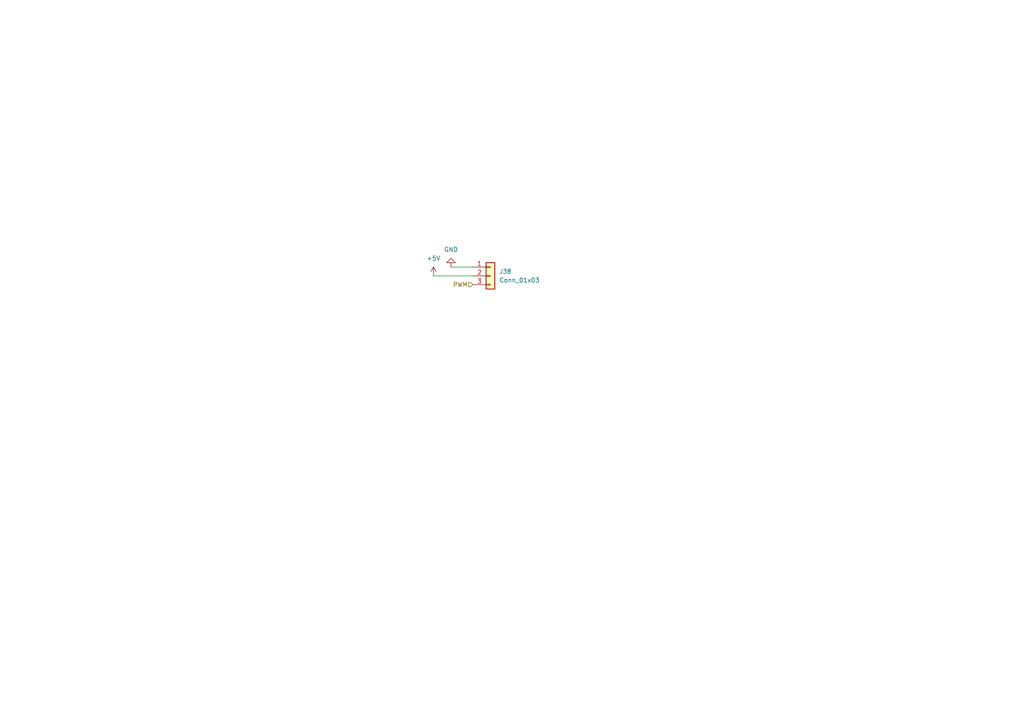
<source format=kicad_sch>
(kicad_sch (version 20250114) (generator "eeschema") (generator_version "9.0")
  (paper "A4")
  (lib_symbols
    (symbol "Connector_Generic:Conn_01x03" (pin_names (offset 1.016) (hide yes))
      (property "Reference" "J" (at 0 5.08 0))
      (property "Value" "Conn_01x03" (at 0 -5.08 0))
      (symbol "Conn_01x03_1_1"
        (rectangle (start -1.27 3.81) (end 1.27 -3.81) (stroke (width 0.254)) (fill (type background)))
        (rectangle (start -1.27 2.667) (end 0 2.413) (stroke (width 0.1524)))
        (rectangle (start -1.27 0.127) (end 0 -0.127) (stroke (width 0.1524)))
        (rectangle (start -1.27 -2.413) (end 0 -2.667) (stroke (width 0.1524)))
        (pin passive line (at -5.08 2.54 0) (length 3.81) (name "Pin_1") (number "1"))
        (pin passive line (at -5.08 0 0) (length 3.81) (name "Pin_2") (number "2"))
        (pin passive line (at -5.08 -2.54 0) (length 3.81) (name "Pin_3") (number "3"))
      )
    )
    (symbol "power:+5V" (power) (pin_numbers (hide yes)) (pin_names (offset 0) (hide yes))
      (property "Value" "+5V" (at 0 3.556 0))
      (symbol "+5V_0_1"
        (polyline (pts (xy -0.762 1.27) (xy 0 2.54)))
        (polyline (pts (xy 0 2.54) (xy 0.762 1.27)))
        (polyline (pts (xy 0 0) (xy 0 2.54)))
      )
      (symbol "+5V_1_1"
        (pin power_in line (at 0 0 90) (length 0) (name "~") (number "1"))
      )
    )
    (symbol "power:GND" (power) (pin_numbers (hide yes)) (pin_names (offset 0) (hide yes))
      (property "Value" "GND" (at 0 -3.81 0))
      (symbol "GND_0_1"
        (polyline (pts (xy 0 0) (xy 0 -1.27) (xy 1.27 -1.27) (xy 0 -2.54) (xy -1.27 -1.27) (xy 0 -1.27)))
      )
      (symbol "GND_1_1"
        (pin power_in line (at 0 0 270) (length 0) (name "~") (number "1"))
      )
    )
  )
  (wire (pts (xy 130.81 77.47) (xy 137.16 77.47)))
  (wire (pts (xy 125.73 80.01) (xy 137.16 80.01)))
  (hierarchical_label "PWM" (shape input) (at 137.16 82.55 180))
  (symbol (lib_id "power:GND") (at 130.81 77.47 180) (unit 1)
    (property "Reference" "#PWR091" (effects (hide yes)))
    (property "Value" "GND" (at 130.81 72.39 0))
    (property "Description" "Power symbol creates a global label with name \"GND\" , ground" (effects (hide yes)))
  )
  (symbol (lib_id "Connector_Generic:Conn_01x03") (at 142.24 80.01 0) (unit 1)
    (property "Reference" "J38" (at 144.78 78.7399 0) (effects (justify left)))
    (property "Value" "Conn_01x03" (at 144.78 81.2799 0) (effects (justify left)))
    (property "Footprint" "Connector_JST:JST_EH_B3B-EH-A_1x03_P2.50mm_Vertical" (effects (hide yes)))
    (property "Description" "Generic connector, single row, 01x03, script generated (kicad-library-utils/schlib/autogen/connector/)" (effects (hide yes)))
  )
  (symbol (lib_id "power:+5V") (at 125.73 80.01 0) (unit 1)
    (property "Reference" "#PWR090" (effects (hide yes)))
    (property "Value" "+5V" (at 125.73 74.93 0))
    (property "Description" "Power symbol creates a global label with name \"+5V\"" (effects (hide yes)))
  )
)
</source>
